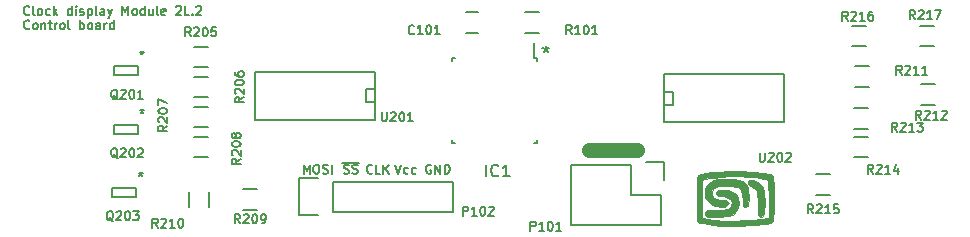
<source format=gto>
G04 #@! TF.FileFunction,Legend,Top*
%FSLAX46Y46*%
G04 Gerber Fmt 4.6, Leading zero omitted, Abs format (unit mm)*
G04 Created by KiCad (PCBNEW no-vcs-found-product) date Fri 24 Jul 2015 19:01:22 CEST*
%MOMM*%
G01*
G04 APERTURE LIST*
%ADD10C,0.100000*%
%ADD11C,1.270000*%
%ADD12C,0.127000*%
%ADD13C,0.150000*%
%ADD14R,1.500000X1.250000*%
%ADD15R,2.032000X1.727200*%
%ADD16O,2.032000X1.727200*%
%ADD17R,0.300000X0.525000*%
%ADD18R,1.500000X1.300000*%
%ADD19R,1.300000X1.500000*%
%ADD20R,0.600000X1.600000*%
%ADD21R,0.600000X1.500000*%
%ADD22R,1.727200X1.727200*%
%ADD23O,1.727200X1.727200*%
%ADD24R,1.727200X2.032000*%
%ADD25O,1.727200X2.032000*%
%ADD26R,0.600000X1.200000*%
%ADD27R,1.200000X0.600000*%
G04 APERTURE END LIST*
D10*
D11*
X166243000Y-91694000D02*
X170307000Y-91694000D01*
D12*
X118853857Y-80193243D02*
X118817571Y-80229529D01*
X118708714Y-80265814D01*
X118636143Y-80265814D01*
X118527286Y-80229529D01*
X118454714Y-80156957D01*
X118418429Y-80084386D01*
X118382143Y-79939243D01*
X118382143Y-79830386D01*
X118418429Y-79685243D01*
X118454714Y-79612671D01*
X118527286Y-79540100D01*
X118636143Y-79503814D01*
X118708714Y-79503814D01*
X118817571Y-79540100D01*
X118853857Y-79576386D01*
X119289286Y-80265814D02*
X119216714Y-80229529D01*
X119180429Y-80156957D01*
X119180429Y-79503814D01*
X119688429Y-80265814D02*
X119615857Y-80229529D01*
X119579572Y-80193243D01*
X119543286Y-80120671D01*
X119543286Y-79902957D01*
X119579572Y-79830386D01*
X119615857Y-79794100D01*
X119688429Y-79757814D01*
X119797286Y-79757814D01*
X119869857Y-79794100D01*
X119906143Y-79830386D01*
X119942429Y-79902957D01*
X119942429Y-80120671D01*
X119906143Y-80193243D01*
X119869857Y-80229529D01*
X119797286Y-80265814D01*
X119688429Y-80265814D01*
X120595572Y-80229529D02*
X120523001Y-80265814D01*
X120377858Y-80265814D01*
X120305286Y-80229529D01*
X120269001Y-80193243D01*
X120232715Y-80120671D01*
X120232715Y-79902957D01*
X120269001Y-79830386D01*
X120305286Y-79794100D01*
X120377858Y-79757814D01*
X120523001Y-79757814D01*
X120595572Y-79794100D01*
X120922144Y-80265814D02*
X120922144Y-79503814D01*
X120994715Y-79975529D02*
X121212429Y-80265814D01*
X121212429Y-79757814D02*
X120922144Y-80048100D01*
X122446143Y-80265814D02*
X122446143Y-79503814D01*
X122446143Y-80229529D02*
X122373572Y-80265814D01*
X122228429Y-80265814D01*
X122155857Y-80229529D01*
X122119572Y-80193243D01*
X122083286Y-80120671D01*
X122083286Y-79902957D01*
X122119572Y-79830386D01*
X122155857Y-79794100D01*
X122228429Y-79757814D01*
X122373572Y-79757814D01*
X122446143Y-79794100D01*
X122809001Y-80265814D02*
X122809001Y-79757814D01*
X122809001Y-79503814D02*
X122772715Y-79540100D01*
X122809001Y-79576386D01*
X122845286Y-79540100D01*
X122809001Y-79503814D01*
X122809001Y-79576386D01*
X123135572Y-80229529D02*
X123208143Y-80265814D01*
X123353286Y-80265814D01*
X123425858Y-80229529D01*
X123462143Y-80156957D01*
X123462143Y-80120671D01*
X123425858Y-80048100D01*
X123353286Y-80011814D01*
X123244429Y-80011814D01*
X123171858Y-79975529D01*
X123135572Y-79902957D01*
X123135572Y-79866671D01*
X123171858Y-79794100D01*
X123244429Y-79757814D01*
X123353286Y-79757814D01*
X123425858Y-79794100D01*
X123788715Y-79757814D02*
X123788715Y-80519814D01*
X123788715Y-79794100D02*
X123861286Y-79757814D01*
X124006429Y-79757814D01*
X124079000Y-79794100D01*
X124115286Y-79830386D01*
X124151572Y-79902957D01*
X124151572Y-80120671D01*
X124115286Y-80193243D01*
X124079000Y-80229529D01*
X124006429Y-80265814D01*
X123861286Y-80265814D01*
X123788715Y-80229529D01*
X124587001Y-80265814D02*
X124514429Y-80229529D01*
X124478144Y-80156957D01*
X124478144Y-79503814D01*
X125203858Y-80265814D02*
X125203858Y-79866671D01*
X125167572Y-79794100D01*
X125095001Y-79757814D01*
X124949858Y-79757814D01*
X124877287Y-79794100D01*
X125203858Y-80229529D02*
X125131287Y-80265814D01*
X124949858Y-80265814D01*
X124877287Y-80229529D01*
X124841001Y-80156957D01*
X124841001Y-80084386D01*
X124877287Y-80011814D01*
X124949858Y-79975529D01*
X125131287Y-79975529D01*
X125203858Y-79939243D01*
X125494144Y-79757814D02*
X125675573Y-80265814D01*
X125857001Y-79757814D02*
X125675573Y-80265814D01*
X125603001Y-80447243D01*
X125566716Y-80483529D01*
X125494144Y-80519814D01*
X126727858Y-80265814D02*
X126727858Y-79503814D01*
X126981858Y-80048100D01*
X127235858Y-79503814D01*
X127235858Y-80265814D01*
X127707572Y-80265814D02*
X127635000Y-80229529D01*
X127598715Y-80193243D01*
X127562429Y-80120671D01*
X127562429Y-79902957D01*
X127598715Y-79830386D01*
X127635000Y-79794100D01*
X127707572Y-79757814D01*
X127816429Y-79757814D01*
X127889000Y-79794100D01*
X127925286Y-79830386D01*
X127961572Y-79902957D01*
X127961572Y-80120671D01*
X127925286Y-80193243D01*
X127889000Y-80229529D01*
X127816429Y-80265814D01*
X127707572Y-80265814D01*
X128614715Y-80265814D02*
X128614715Y-79503814D01*
X128614715Y-80229529D02*
X128542144Y-80265814D01*
X128397001Y-80265814D01*
X128324429Y-80229529D01*
X128288144Y-80193243D01*
X128251858Y-80120671D01*
X128251858Y-79902957D01*
X128288144Y-79830386D01*
X128324429Y-79794100D01*
X128397001Y-79757814D01*
X128542144Y-79757814D01*
X128614715Y-79794100D01*
X129304144Y-79757814D02*
X129304144Y-80265814D01*
X128977573Y-79757814D02*
X128977573Y-80156957D01*
X129013858Y-80229529D01*
X129086430Y-80265814D01*
X129195287Y-80265814D01*
X129267858Y-80229529D01*
X129304144Y-80193243D01*
X129775859Y-80265814D02*
X129703287Y-80229529D01*
X129667002Y-80156957D01*
X129667002Y-79503814D01*
X130356430Y-80229529D02*
X130283859Y-80265814D01*
X130138716Y-80265814D01*
X130066145Y-80229529D01*
X130029859Y-80156957D01*
X130029859Y-79866671D01*
X130066145Y-79794100D01*
X130138716Y-79757814D01*
X130283859Y-79757814D01*
X130356430Y-79794100D01*
X130392716Y-79866671D01*
X130392716Y-79939243D01*
X130029859Y-80011814D01*
X131263573Y-79576386D02*
X131299859Y-79540100D01*
X131372430Y-79503814D01*
X131553859Y-79503814D01*
X131626430Y-79540100D01*
X131662716Y-79576386D01*
X131699001Y-79648957D01*
X131699001Y-79721529D01*
X131662716Y-79830386D01*
X131227287Y-80265814D01*
X131699001Y-80265814D01*
X132388430Y-80265814D02*
X132025573Y-80265814D01*
X132025573Y-79503814D01*
X132642430Y-80193243D02*
X132678715Y-80229529D01*
X132642430Y-80265814D01*
X132606144Y-80229529D01*
X132642430Y-80193243D01*
X132642430Y-80265814D01*
X132969001Y-79576386D02*
X133005287Y-79540100D01*
X133077858Y-79503814D01*
X133259287Y-79503814D01*
X133331858Y-79540100D01*
X133368144Y-79576386D01*
X133404429Y-79648957D01*
X133404429Y-79721529D01*
X133368144Y-79830386D01*
X132932715Y-80265814D01*
X133404429Y-80265814D01*
X118853857Y-81387043D02*
X118817571Y-81423329D01*
X118708714Y-81459614D01*
X118636143Y-81459614D01*
X118527286Y-81423329D01*
X118454714Y-81350757D01*
X118418429Y-81278186D01*
X118382143Y-81133043D01*
X118382143Y-81024186D01*
X118418429Y-80879043D01*
X118454714Y-80806471D01*
X118527286Y-80733900D01*
X118636143Y-80697614D01*
X118708714Y-80697614D01*
X118817571Y-80733900D01*
X118853857Y-80770186D01*
X119289286Y-81459614D02*
X119216714Y-81423329D01*
X119180429Y-81387043D01*
X119144143Y-81314471D01*
X119144143Y-81096757D01*
X119180429Y-81024186D01*
X119216714Y-80987900D01*
X119289286Y-80951614D01*
X119398143Y-80951614D01*
X119470714Y-80987900D01*
X119507000Y-81024186D01*
X119543286Y-81096757D01*
X119543286Y-81314471D01*
X119507000Y-81387043D01*
X119470714Y-81423329D01*
X119398143Y-81459614D01*
X119289286Y-81459614D01*
X119869858Y-80951614D02*
X119869858Y-81459614D01*
X119869858Y-81024186D02*
X119906143Y-80987900D01*
X119978715Y-80951614D01*
X120087572Y-80951614D01*
X120160143Y-80987900D01*
X120196429Y-81060471D01*
X120196429Y-81459614D01*
X120450429Y-80951614D02*
X120740715Y-80951614D01*
X120559287Y-80697614D02*
X120559287Y-81350757D01*
X120595572Y-81423329D01*
X120668144Y-81459614D01*
X120740715Y-81459614D01*
X120994716Y-81459614D02*
X120994716Y-80951614D01*
X120994716Y-81096757D02*
X121031001Y-81024186D01*
X121067287Y-80987900D01*
X121139858Y-80951614D01*
X121212430Y-80951614D01*
X121575287Y-81459614D02*
X121502715Y-81423329D01*
X121466430Y-81387043D01*
X121430144Y-81314471D01*
X121430144Y-81096757D01*
X121466430Y-81024186D01*
X121502715Y-80987900D01*
X121575287Y-80951614D01*
X121684144Y-80951614D01*
X121756715Y-80987900D01*
X121793001Y-81024186D01*
X121829287Y-81096757D01*
X121829287Y-81314471D01*
X121793001Y-81387043D01*
X121756715Y-81423329D01*
X121684144Y-81459614D01*
X121575287Y-81459614D01*
X122264716Y-81459614D02*
X122192144Y-81423329D01*
X122155859Y-81350757D01*
X122155859Y-80697614D01*
X123135573Y-81459614D02*
X123135573Y-80697614D01*
X123135573Y-80987900D02*
X123208144Y-80951614D01*
X123353287Y-80951614D01*
X123425858Y-80987900D01*
X123462144Y-81024186D01*
X123498430Y-81096757D01*
X123498430Y-81314471D01*
X123462144Y-81387043D01*
X123425858Y-81423329D01*
X123353287Y-81459614D01*
X123208144Y-81459614D01*
X123135573Y-81423329D01*
X123933859Y-81459614D02*
X123861287Y-81423329D01*
X123825002Y-81387043D01*
X123788716Y-81314471D01*
X123788716Y-81096757D01*
X123825002Y-81024186D01*
X123861287Y-80987900D01*
X123933859Y-80951614D01*
X124042716Y-80951614D01*
X124115287Y-80987900D01*
X124151573Y-81024186D01*
X124187859Y-81096757D01*
X124187859Y-81314471D01*
X124151573Y-81387043D01*
X124115287Y-81423329D01*
X124042716Y-81459614D01*
X123933859Y-81459614D01*
X124841002Y-81459614D02*
X124841002Y-81060471D01*
X124804716Y-80987900D01*
X124732145Y-80951614D01*
X124587002Y-80951614D01*
X124514431Y-80987900D01*
X124841002Y-81423329D02*
X124768431Y-81459614D01*
X124587002Y-81459614D01*
X124514431Y-81423329D01*
X124478145Y-81350757D01*
X124478145Y-81278186D01*
X124514431Y-81205614D01*
X124587002Y-81169329D01*
X124768431Y-81169329D01*
X124841002Y-81133043D01*
X125203860Y-81459614D02*
X125203860Y-80951614D01*
X125203860Y-81096757D02*
X125240145Y-81024186D01*
X125276431Y-80987900D01*
X125349002Y-80951614D01*
X125421574Y-80951614D01*
X126002145Y-81459614D02*
X126002145Y-80697614D01*
X126002145Y-81423329D02*
X125929574Y-81459614D01*
X125784431Y-81459614D01*
X125711859Y-81423329D01*
X125675574Y-81387043D01*
X125639288Y-81314471D01*
X125639288Y-81096757D01*
X125675574Y-81024186D01*
X125711859Y-80987900D01*
X125784431Y-80951614D01*
X125929574Y-80951614D01*
X126002145Y-80987900D01*
X162560001Y-82870524D02*
X162560001Y-83172905D01*
X162257620Y-83051952D02*
X162560001Y-83172905D01*
X162862381Y-83051952D01*
X162378572Y-83414810D02*
X162560001Y-83172905D01*
X162741429Y-83414810D01*
X152835428Y-92964000D02*
X152762857Y-92927714D01*
X152654000Y-92927714D01*
X152545143Y-92964000D01*
X152472571Y-93036571D01*
X152436286Y-93109143D01*
X152400000Y-93254286D01*
X152400000Y-93363143D01*
X152436286Y-93508286D01*
X152472571Y-93580857D01*
X152545143Y-93653429D01*
X152654000Y-93689714D01*
X152726571Y-93689714D01*
X152835428Y-93653429D01*
X152871714Y-93617143D01*
X152871714Y-93363143D01*
X152726571Y-93363143D01*
X153198286Y-93689714D02*
X153198286Y-92927714D01*
X153633714Y-93689714D01*
X153633714Y-92927714D01*
X153996572Y-93689714D02*
X153996572Y-92927714D01*
X154178000Y-92927714D01*
X154286857Y-92964000D01*
X154359429Y-93036571D01*
X154395714Y-93109143D01*
X154432000Y-93254286D01*
X154432000Y-93363143D01*
X154395714Y-93508286D01*
X154359429Y-93580857D01*
X154286857Y-93653429D01*
X154178000Y-93689714D01*
X153996572Y-93689714D01*
X149841857Y-92927714D02*
X150095857Y-93689714D01*
X150349857Y-92927714D01*
X150930429Y-93653429D02*
X150857858Y-93689714D01*
X150712715Y-93689714D01*
X150640143Y-93653429D01*
X150603858Y-93617143D01*
X150567572Y-93544571D01*
X150567572Y-93326857D01*
X150603858Y-93254286D01*
X150640143Y-93218000D01*
X150712715Y-93181714D01*
X150857858Y-93181714D01*
X150930429Y-93218000D01*
X151583572Y-93653429D02*
X151511001Y-93689714D01*
X151365858Y-93689714D01*
X151293286Y-93653429D01*
X151257001Y-93617143D01*
X151220715Y-93544571D01*
X151220715Y-93326857D01*
X151257001Y-93254286D01*
X151293286Y-93218000D01*
X151365858Y-93181714D01*
X151511001Y-93181714D01*
X151583572Y-93218000D01*
X147882429Y-93617143D02*
X147846143Y-93653429D01*
X147737286Y-93689714D01*
X147664715Y-93689714D01*
X147555858Y-93653429D01*
X147483286Y-93580857D01*
X147447001Y-93508286D01*
X147410715Y-93363143D01*
X147410715Y-93254286D01*
X147447001Y-93109143D01*
X147483286Y-93036571D01*
X147555858Y-92964000D01*
X147664715Y-92927714D01*
X147737286Y-92927714D01*
X147846143Y-92964000D01*
X147882429Y-93000286D01*
X148571858Y-93689714D02*
X148209001Y-93689714D01*
X148209001Y-92927714D01*
X148825858Y-93689714D02*
X148825858Y-92927714D01*
X149261286Y-93689714D02*
X148934715Y-93254286D01*
X149261286Y-92927714D02*
X148825858Y-93363143D01*
X145469429Y-93653429D02*
X145578286Y-93689714D01*
X145759715Y-93689714D01*
X145832286Y-93653429D01*
X145868572Y-93617143D01*
X145904857Y-93544571D01*
X145904857Y-93472000D01*
X145868572Y-93399429D01*
X145832286Y-93363143D01*
X145759715Y-93326857D01*
X145614572Y-93290571D01*
X145542000Y-93254286D01*
X145505715Y-93218000D01*
X145469429Y-93145429D01*
X145469429Y-93072857D01*
X145505715Y-93000286D01*
X145542000Y-92964000D01*
X145614572Y-92927714D01*
X145796000Y-92927714D01*
X145904857Y-92964000D01*
X146195143Y-93653429D02*
X146304000Y-93689714D01*
X146485429Y-93689714D01*
X146558000Y-93653429D01*
X146594286Y-93617143D01*
X146630571Y-93544571D01*
X146630571Y-93472000D01*
X146594286Y-93399429D01*
X146558000Y-93363143D01*
X146485429Y-93326857D01*
X146340286Y-93290571D01*
X146267714Y-93254286D01*
X146231429Y-93218000D01*
X146195143Y-93145429D01*
X146195143Y-93072857D01*
X146231429Y-93000286D01*
X146267714Y-92964000D01*
X146340286Y-92927714D01*
X146521714Y-92927714D01*
X146630571Y-92964000D01*
X145324286Y-92796360D02*
X146775714Y-92796360D01*
X142058572Y-93689714D02*
X142058572Y-92927714D01*
X142312572Y-93472000D01*
X142566572Y-92927714D01*
X142566572Y-93689714D01*
X143074571Y-92927714D02*
X143219714Y-92927714D01*
X143292286Y-92964000D01*
X143364857Y-93036571D01*
X143401143Y-93181714D01*
X143401143Y-93435714D01*
X143364857Y-93580857D01*
X143292286Y-93653429D01*
X143219714Y-93689714D01*
X143074571Y-93689714D01*
X143002000Y-93653429D01*
X142929429Y-93580857D01*
X142893143Y-93435714D01*
X142893143Y-93181714D01*
X142929429Y-93036571D01*
X143002000Y-92964000D01*
X143074571Y-92927714D01*
X143691429Y-93653429D02*
X143800286Y-93689714D01*
X143981715Y-93689714D01*
X144054286Y-93653429D01*
X144090572Y-93617143D01*
X144126857Y-93544571D01*
X144126857Y-93472000D01*
X144090572Y-93399429D01*
X144054286Y-93363143D01*
X143981715Y-93326857D01*
X143836572Y-93290571D01*
X143764000Y-93254286D01*
X143727715Y-93218000D01*
X143691429Y-93145429D01*
X143691429Y-93072857D01*
X143727715Y-93000286D01*
X143764000Y-92964000D01*
X143836572Y-92927714D01*
X144018000Y-92927714D01*
X144126857Y-92964000D01*
X144453429Y-93689714D02*
X144453429Y-92927714D01*
D13*
X155837000Y-81749000D02*
X156837000Y-81749000D01*
X156837000Y-80049000D02*
X155837000Y-80049000D01*
X128016000Y-85344000D02*
X125984000Y-85344000D01*
X125984000Y-85344000D02*
X125984000Y-84582000D01*
X125984000Y-84582000D02*
X128016000Y-84582000D01*
X128016000Y-84582000D02*
X128016000Y-85344000D01*
X128016000Y-90297000D02*
X125984000Y-90297000D01*
X125984000Y-90297000D02*
X125984000Y-89535000D01*
X125984000Y-89535000D02*
X128016000Y-89535000D01*
X128016000Y-89535000D02*
X128016000Y-90297000D01*
X127889000Y-95631000D02*
X125857000Y-95631000D01*
X125857000Y-95631000D02*
X125857000Y-94869000D01*
X125857000Y-94869000D02*
X127889000Y-94869000D01*
X127889000Y-94869000D02*
X127889000Y-95631000D01*
X162017000Y-81774000D02*
X160817000Y-81774000D01*
X160817000Y-80024000D02*
X162017000Y-80024000D01*
X133950000Y-84695000D02*
X132750000Y-84695000D01*
X132750000Y-82945000D02*
X133950000Y-82945000D01*
X133950000Y-87235000D02*
X132750000Y-87235000D01*
X132750000Y-85485000D02*
X133950000Y-85485000D01*
X133950000Y-89775000D02*
X132750000Y-89775000D01*
X132750000Y-88025000D02*
X133950000Y-88025000D01*
X133950000Y-92315000D02*
X132750000Y-92315000D01*
X132750000Y-90565000D02*
X133950000Y-90565000D01*
X138141000Y-96760000D02*
X136941000Y-96760000D01*
X136941000Y-95010000D02*
X138141000Y-95010000D01*
X134098000Y-95285000D02*
X134098000Y-96485000D01*
X132348000Y-96485000D02*
X132348000Y-95285000D01*
X188757000Y-84596000D02*
X189957000Y-84596000D01*
X189957000Y-86346000D02*
X188757000Y-86346000D01*
X194345000Y-86120000D02*
X195545000Y-86120000D01*
X195545000Y-87870000D02*
X194345000Y-87870000D01*
X188630000Y-88152000D02*
X189830000Y-88152000D01*
X189830000Y-89902000D02*
X188630000Y-89902000D01*
X188630000Y-90565000D02*
X189830000Y-90565000D01*
X189830000Y-92315000D02*
X188630000Y-92315000D01*
X185455000Y-93740000D02*
X186655000Y-93740000D01*
X186655000Y-95490000D02*
X185455000Y-95490000D01*
X188503000Y-81167000D02*
X189703000Y-81167000D01*
X189703000Y-82917000D02*
X188503000Y-82917000D01*
X194218000Y-81167000D02*
X195418000Y-81167000D01*
X195418000Y-82917000D02*
X194218000Y-82917000D01*
X148082000Y-87630000D02*
X147320000Y-87630000D01*
X147320000Y-87630000D02*
X147320000Y-86487000D01*
X147320000Y-86487000D02*
X148082000Y-86487000D01*
X148082000Y-89154000D02*
X137922000Y-89154000D01*
X137922000Y-89154000D02*
X137922000Y-85090000D01*
X137922000Y-85090000D02*
X148082000Y-85090000D01*
X148082000Y-85090000D02*
X148082000Y-89154000D01*
X172593000Y-86741000D02*
X173355000Y-86741000D01*
X173355000Y-86741000D02*
X173355000Y-87884000D01*
X173355000Y-87884000D02*
X172593000Y-87884000D01*
X172593000Y-85217000D02*
X182753000Y-85217000D01*
X182753000Y-85217000D02*
X182753000Y-89281000D01*
X182753000Y-89281000D02*
X172593000Y-89281000D01*
X172593000Y-89281000D02*
X172593000Y-85217000D01*
X169799000Y-92964000D02*
X164719000Y-92964000D01*
X172619000Y-92684000D02*
X172619000Y-94234000D01*
X172339000Y-95504000D02*
X169799000Y-95504000D01*
X169799000Y-95504000D02*
X169799000Y-92964000D01*
X164719000Y-92964000D02*
X164719000Y-98044000D01*
X164719000Y-98044000D02*
X169799000Y-98044000D01*
X172619000Y-92684000D02*
X171069000Y-92684000D01*
X172339000Y-98044000D02*
X172339000Y-95504000D01*
X169799000Y-98044000D02*
X172339000Y-98044000D01*
X143256000Y-97181000D02*
X141706000Y-97181000D01*
X141706000Y-97181000D02*
X141706000Y-94081000D01*
X141706000Y-94081000D02*
X143256000Y-94081000D01*
X144526000Y-94361000D02*
X154686000Y-94361000D01*
X154686000Y-94361000D02*
X154686000Y-96901000D01*
X154686000Y-96901000D02*
X144526000Y-96901000D01*
X144526000Y-94361000D02*
X144526000Y-96901000D01*
X161867000Y-83878000D02*
X161567000Y-83878000D01*
X161867000Y-91128000D02*
X161567000Y-91128000D01*
X154617000Y-91128000D02*
X154917000Y-91128000D01*
X154617000Y-83878000D02*
X154917000Y-83878000D01*
X161867000Y-83878000D02*
X161867000Y-84178000D01*
X154617000Y-83878000D02*
X154617000Y-84178000D01*
X154617000Y-91128000D02*
X154617000Y-90828000D01*
X161867000Y-91128000D02*
X161867000Y-90828000D01*
X161567000Y-83878000D02*
X161567000Y-82653000D01*
D10*
G36*
X181866378Y-95014418D02*
X181864238Y-95608076D01*
X181864000Y-95792945D01*
X181862032Y-96433217D01*
X181855365Y-96923453D01*
X181842856Y-97282914D01*
X181823361Y-97530861D01*
X181795735Y-97686554D01*
X181758835Y-97769252D01*
X181745831Y-97782670D01*
X181578596Y-97854142D01*
X181440667Y-97884474D01*
X181440667Y-97430748D01*
X181440667Y-95837371D01*
X181436611Y-95316909D01*
X181425250Y-94867332D01*
X181407795Y-94513665D01*
X181385453Y-94280937D01*
X181361275Y-94194926D01*
X181249827Y-94164092D01*
X181007552Y-94117619D01*
X180671493Y-94062095D01*
X180324108Y-94010485D01*
X179695640Y-93948536D01*
X178968051Y-93920245D01*
X178198137Y-93924497D01*
X177442692Y-93960179D01*
X176758514Y-94026176D01*
X176360667Y-94088237D01*
X175810333Y-94192859D01*
X175787366Y-95814143D01*
X175764399Y-97435426D01*
X176337699Y-97526198D01*
X176673613Y-97578928D01*
X176978424Y-97626002D01*
X177165000Y-97654091D01*
X177405169Y-97671739D01*
X177776525Y-97678161D01*
X178241383Y-97674617D01*
X178762057Y-97662364D01*
X179300862Y-97642660D01*
X179820112Y-97616761D01*
X180282122Y-97585926D01*
X180649206Y-97551412D01*
X180784500Y-97533306D01*
X181440667Y-97430748D01*
X181440667Y-97884474D01*
X181269275Y-97922166D01*
X180845113Y-97984037D01*
X180333356Y-98037051D01*
X179761249Y-98078504D01*
X179156039Y-98105692D01*
X178544969Y-98115910D01*
X178392667Y-98115483D01*
X177907669Y-98110260D01*
X177468889Y-98102201D01*
X177110154Y-98092183D01*
X176865292Y-98081080D01*
X176784000Y-98073816D01*
X176277428Y-97990236D01*
X175869639Y-97907708D01*
X175584462Y-97831632D01*
X175450500Y-97771674D01*
X175413465Y-97693849D01*
X175385306Y-97518790D01*
X175365198Y-97231075D01*
X175352317Y-96815284D01*
X175345837Y-96255996D01*
X175344667Y-95792945D01*
X175345618Y-95176599D01*
X175349577Y-94708164D01*
X175358200Y-94366224D01*
X175373144Y-94129362D01*
X175396066Y-93976160D01*
X175428622Y-93885203D01*
X175472468Y-93835073D01*
X175497312Y-93819597D01*
X175763200Y-93726179D01*
X176168761Y-93646175D01*
X176684773Y-93580830D01*
X177282015Y-93531389D01*
X177931264Y-93499099D01*
X178603298Y-93485204D01*
X179268896Y-93490950D01*
X179898834Y-93517582D01*
X180463891Y-93566346D01*
X180702193Y-93597783D01*
X181067658Y-93649423D01*
X181347762Y-93694352D01*
X181553766Y-93753847D01*
X181696929Y-93849182D01*
X181788512Y-94001632D01*
X181839775Y-94232471D01*
X181861977Y-94562975D01*
X181866378Y-95014418D01*
X181866378Y-95014418D01*
X181866378Y-95014418D01*
G37*
X181866378Y-95014418D02*
X181864238Y-95608076D01*
X181864000Y-95792945D01*
X181862032Y-96433217D01*
X181855365Y-96923453D01*
X181842856Y-97282914D01*
X181823361Y-97530861D01*
X181795735Y-97686554D01*
X181758835Y-97769252D01*
X181745831Y-97782670D01*
X181578596Y-97854142D01*
X181440667Y-97884474D01*
X181440667Y-97430748D01*
X181440667Y-95837371D01*
X181436611Y-95316909D01*
X181425250Y-94867332D01*
X181407795Y-94513665D01*
X181385453Y-94280937D01*
X181361275Y-94194926D01*
X181249827Y-94164092D01*
X181007552Y-94117619D01*
X180671493Y-94062095D01*
X180324108Y-94010485D01*
X179695640Y-93948536D01*
X178968051Y-93920245D01*
X178198137Y-93924497D01*
X177442692Y-93960179D01*
X176758514Y-94026176D01*
X176360667Y-94088237D01*
X175810333Y-94192859D01*
X175787366Y-95814143D01*
X175764399Y-97435426D01*
X176337699Y-97526198D01*
X176673613Y-97578928D01*
X176978424Y-97626002D01*
X177165000Y-97654091D01*
X177405169Y-97671739D01*
X177776525Y-97678161D01*
X178241383Y-97674617D01*
X178762057Y-97662364D01*
X179300862Y-97642660D01*
X179820112Y-97616761D01*
X180282122Y-97585926D01*
X180649206Y-97551412D01*
X180784500Y-97533306D01*
X181440667Y-97430748D01*
X181440667Y-97884474D01*
X181269275Y-97922166D01*
X180845113Y-97984037D01*
X180333356Y-98037051D01*
X179761249Y-98078504D01*
X179156039Y-98105692D01*
X178544969Y-98115910D01*
X178392667Y-98115483D01*
X177907669Y-98110260D01*
X177468889Y-98102201D01*
X177110154Y-98092183D01*
X176865292Y-98081080D01*
X176784000Y-98073816D01*
X176277428Y-97990236D01*
X175869639Y-97907708D01*
X175584462Y-97831632D01*
X175450500Y-97771674D01*
X175413465Y-97693849D01*
X175385306Y-97518790D01*
X175365198Y-97231075D01*
X175352317Y-96815284D01*
X175345837Y-96255996D01*
X175344667Y-95792945D01*
X175345618Y-95176599D01*
X175349577Y-94708164D01*
X175358200Y-94366224D01*
X175373144Y-94129362D01*
X175396066Y-93976160D01*
X175428622Y-93885203D01*
X175472468Y-93835073D01*
X175497312Y-93819597D01*
X175763200Y-93726179D01*
X176168761Y-93646175D01*
X176684773Y-93580830D01*
X177282015Y-93531389D01*
X177931264Y-93499099D01*
X178603298Y-93485204D01*
X179268896Y-93490950D01*
X179898834Y-93517582D01*
X180463891Y-93566346D01*
X180702193Y-93597783D01*
X181067658Y-93649423D01*
X181347762Y-93694352D01*
X181553766Y-93753847D01*
X181696929Y-93849182D01*
X181788512Y-94001632D01*
X181839775Y-94232471D01*
X181861977Y-94562975D01*
X181866378Y-95014418D01*
X181866378Y-95014418D01*
G36*
X178904670Y-96159396D02*
X178857189Y-96542950D01*
X178692447Y-96892481D01*
X178418161Y-97161811D01*
X178276903Y-97235168D01*
X178088567Y-97285105D01*
X177817715Y-97316878D01*
X177428911Y-97335742D01*
X177207333Y-97341393D01*
X176810939Y-97345691D01*
X176472647Y-97341729D01*
X176230870Y-97330450D01*
X176127833Y-97314953D01*
X176038971Y-97197885D01*
X176030884Y-97019760D01*
X176098694Y-96865596D01*
X176155925Y-96825391D01*
X176294727Y-96803378D01*
X176558799Y-96786077D01*
X176904093Y-96775813D01*
X177129591Y-96774000D01*
X177611135Y-96758429D01*
X177947671Y-96704481D01*
X178161272Y-96601299D01*
X178274013Y-96438028D01*
X178307967Y-96203811D01*
X178308000Y-96194455D01*
X178241502Y-95930492D01*
X178036858Y-95743644D01*
X177686342Y-95628320D01*
X177484924Y-95598904D01*
X177209361Y-95563063D01*
X177062693Y-95517056D01*
X177004873Y-95439255D01*
X176995667Y-95334666D01*
X177006631Y-95220268D01*
X177064964Y-95153955D01*
X177208824Y-95119166D01*
X177476369Y-95099341D01*
X177546000Y-95095817D01*
X177962280Y-95099844D01*
X178261980Y-95164245D01*
X178356279Y-95206786D01*
X178652942Y-95451094D01*
X178836163Y-95782037D01*
X178904670Y-96159396D01*
X178904670Y-96159396D01*
X178904670Y-96159396D01*
G37*
X178904670Y-96159396D02*
X178857189Y-96542950D01*
X178692447Y-96892481D01*
X178418161Y-97161811D01*
X178276903Y-97235168D01*
X178088567Y-97285105D01*
X177817715Y-97316878D01*
X177428911Y-97335742D01*
X177207333Y-97341393D01*
X176810939Y-97345691D01*
X176472647Y-97341729D01*
X176230870Y-97330450D01*
X176127833Y-97314953D01*
X176038971Y-97197885D01*
X176030884Y-97019760D01*
X176098694Y-96865596D01*
X176155925Y-96825391D01*
X176294727Y-96803378D01*
X176558799Y-96786077D01*
X176904093Y-96775813D01*
X177129591Y-96774000D01*
X177611135Y-96758429D01*
X177947671Y-96704481D01*
X178161272Y-96601299D01*
X178274013Y-96438028D01*
X178307967Y-96203811D01*
X178308000Y-96194455D01*
X178241502Y-95930492D01*
X178036858Y-95743644D01*
X177686342Y-95628320D01*
X177484924Y-95598904D01*
X177209361Y-95563063D01*
X177062693Y-95517056D01*
X177004873Y-95439255D01*
X176995667Y-95334666D01*
X177006631Y-95220268D01*
X177064964Y-95153955D01*
X177208824Y-95119166D01*
X177476369Y-95099341D01*
X177546000Y-95095817D01*
X177962280Y-95099844D01*
X178261980Y-95164245D01*
X178356279Y-95206786D01*
X178652942Y-95451094D01*
X178836163Y-95782037D01*
X178904670Y-96159396D01*
X178904670Y-96159396D01*
G36*
X181101068Y-96250399D02*
X181081138Y-96773157D01*
X181020339Y-97136069D01*
X180919294Y-97337846D01*
X180778624Y-97377203D01*
X180610933Y-97265066D01*
X180557682Y-97119488D01*
X180523686Y-96812882D01*
X180509676Y-96352537D01*
X180509333Y-96253050D01*
X180500764Y-95855735D01*
X180477630Y-95503407D01*
X180443790Y-95241877D01*
X180415241Y-95136124D01*
X180271675Y-94966654D01*
X180037328Y-94819565D01*
X179991908Y-94800284D01*
X179770838Y-94689786D01*
X179676007Y-94563972D01*
X179662667Y-94458685D01*
X179726639Y-94282243D01*
X179894569Y-94198667D01*
X180130475Y-94205481D01*
X180398374Y-94300205D01*
X180662284Y-94480361D01*
X180716278Y-94531255D01*
X180867560Y-94707985D01*
X180974216Y-94907797D01*
X181043517Y-95163186D01*
X181082737Y-95506649D01*
X181099149Y-95970682D01*
X181101068Y-96250399D01*
X181101068Y-96250399D01*
X181101068Y-96250399D01*
G37*
X181101068Y-96250399D02*
X181081138Y-96773157D01*
X181020339Y-97136069D01*
X180919294Y-97337846D01*
X180778624Y-97377203D01*
X180610933Y-97265066D01*
X180557682Y-97119488D01*
X180523686Y-96812882D01*
X180509676Y-96352537D01*
X180509333Y-96253050D01*
X180500764Y-95855735D01*
X180477630Y-95503407D01*
X180443790Y-95241877D01*
X180415241Y-95136124D01*
X180271675Y-94966654D01*
X180037328Y-94819565D01*
X179991908Y-94800284D01*
X179770838Y-94689786D01*
X179676007Y-94563972D01*
X179662667Y-94458685D01*
X179726639Y-94282243D01*
X179894569Y-94198667D01*
X180130475Y-94205481D01*
X180398374Y-94300205D01*
X180662284Y-94480361D01*
X180716278Y-94531255D01*
X180867560Y-94707985D01*
X180974216Y-94907797D01*
X181043517Y-95163186D01*
X181082737Y-95506649D01*
X181099149Y-95970682D01*
X181101068Y-96250399D01*
X181101068Y-96250399D01*
G36*
X179757199Y-95884520D02*
X179733174Y-96181519D01*
X179681217Y-96391327D01*
X179620333Y-96465951D01*
X179428305Y-96496023D01*
X179307857Y-96399621D01*
X179249111Y-96162874D01*
X179239333Y-95930909D01*
X179204254Y-95435412D01*
X179096985Y-95085937D01*
X178914479Y-94873931D01*
X178850135Y-94838336D01*
X178672694Y-94795401D01*
X178377586Y-94762319D01*
X178016408Y-94744058D01*
X177849767Y-94742000D01*
X177458142Y-94747548D01*
X177193346Y-94769080D01*
X177013098Y-94813927D01*
X176875114Y-94889422D01*
X176837751Y-94917478D01*
X176658754Y-95146739D01*
X176621202Y-95409950D01*
X176728386Y-95656950D01*
X176785312Y-95716854D01*
X177008206Y-95831454D01*
X177357642Y-95902508D01*
X177441479Y-95910644D01*
X177805848Y-95967077D01*
X178006648Y-96064606D01*
X178044808Y-96204155D01*
X177921257Y-96386647D01*
X177920952Y-96386952D01*
X177723853Y-96484949D01*
X177401223Y-96502715D01*
X176941121Y-96440860D01*
X176924751Y-96437719D01*
X176545002Y-96291080D01*
X176266556Y-96039501D01*
X176093496Y-95716686D01*
X176029901Y-95356335D01*
X176079854Y-94992151D01*
X176247435Y-94657837D01*
X176536726Y-94387094D01*
X176667528Y-94313569D01*
X176850860Y-94234187D01*
X177034289Y-94183824D01*
X177259337Y-94157875D01*
X177567528Y-94151734D01*
X178000384Y-94160796D01*
X178035491Y-94161852D01*
X178528486Y-94184266D01*
X178886435Y-94224823D01*
X179143523Y-94295716D01*
X179333932Y-94409137D01*
X179491845Y-94577277D01*
X179589625Y-94716171D01*
X179669505Y-94916154D01*
X179724582Y-95207259D01*
X179754074Y-95544907D01*
X179757199Y-95884520D01*
X179757199Y-95884520D01*
X179757199Y-95884520D01*
G37*
X179757199Y-95884520D02*
X179733174Y-96181519D01*
X179681217Y-96391327D01*
X179620333Y-96465951D01*
X179428305Y-96496023D01*
X179307857Y-96399621D01*
X179249111Y-96162874D01*
X179239333Y-95930909D01*
X179204254Y-95435412D01*
X179096985Y-95085937D01*
X178914479Y-94873931D01*
X178850135Y-94838336D01*
X178672694Y-94795401D01*
X178377586Y-94762319D01*
X178016408Y-94744058D01*
X177849767Y-94742000D01*
X177458142Y-94747548D01*
X177193346Y-94769080D01*
X177013098Y-94813927D01*
X176875114Y-94889422D01*
X176837751Y-94917478D01*
X176658754Y-95146739D01*
X176621202Y-95409950D01*
X176728386Y-95656950D01*
X176785312Y-95716854D01*
X177008206Y-95831454D01*
X177357642Y-95902508D01*
X177441479Y-95910644D01*
X177805848Y-95967077D01*
X178006648Y-96064606D01*
X178044808Y-96204155D01*
X177921257Y-96386647D01*
X177920952Y-96386952D01*
X177723853Y-96484949D01*
X177401223Y-96502715D01*
X176941121Y-96440860D01*
X176924751Y-96437719D01*
X176545002Y-96291080D01*
X176266556Y-96039501D01*
X176093496Y-95716686D01*
X176029901Y-95356335D01*
X176079854Y-94992151D01*
X176247435Y-94657837D01*
X176536726Y-94387094D01*
X176667528Y-94313569D01*
X176850860Y-94234187D01*
X177034289Y-94183824D01*
X177259337Y-94157875D01*
X177567528Y-94151734D01*
X178000384Y-94160796D01*
X178035491Y-94161852D01*
X178528486Y-94184266D01*
X178886435Y-94224823D01*
X179143523Y-94295716D01*
X179333932Y-94409137D01*
X179491845Y-94577277D01*
X179589625Y-94716171D01*
X179669505Y-94916154D01*
X179724582Y-95207259D01*
X179754074Y-95544907D01*
X179757199Y-95884520D01*
X179757199Y-95884520D01*
D12*
X151420286Y-81806143D02*
X151384000Y-81842429D01*
X151275143Y-81878714D01*
X151202572Y-81878714D01*
X151093715Y-81842429D01*
X151021143Y-81769857D01*
X150984858Y-81697286D01*
X150948572Y-81552143D01*
X150948572Y-81443286D01*
X150984858Y-81298143D01*
X151021143Y-81225571D01*
X151093715Y-81153000D01*
X151202572Y-81116714D01*
X151275143Y-81116714D01*
X151384000Y-81153000D01*
X151420286Y-81189286D01*
X152146000Y-81878714D02*
X151710572Y-81878714D01*
X151928286Y-81878714D02*
X151928286Y-81116714D01*
X151855715Y-81225571D01*
X151783143Y-81298143D01*
X151710572Y-81334429D01*
X152617714Y-81116714D02*
X152690286Y-81116714D01*
X152762857Y-81153000D01*
X152799143Y-81189286D01*
X152835429Y-81261857D01*
X152871714Y-81407000D01*
X152871714Y-81588429D01*
X152835429Y-81733571D01*
X152799143Y-81806143D01*
X152762857Y-81842429D01*
X152690286Y-81878714D01*
X152617714Y-81878714D01*
X152545143Y-81842429D01*
X152508857Y-81806143D01*
X152472572Y-81733571D01*
X152436286Y-81588429D01*
X152436286Y-81407000D01*
X152472572Y-81261857D01*
X152508857Y-81189286D01*
X152545143Y-81153000D01*
X152617714Y-81116714D01*
X153597428Y-81878714D02*
X153162000Y-81878714D01*
X153379714Y-81878714D02*
X153379714Y-81116714D01*
X153307143Y-81225571D01*
X153234571Y-81298143D01*
X153162000Y-81334429D01*
X126328715Y-87412286D02*
X126256143Y-87376000D01*
X126183572Y-87303429D01*
X126074715Y-87194571D01*
X126002143Y-87158286D01*
X125929572Y-87158286D01*
X125965857Y-87339714D02*
X125893286Y-87303429D01*
X125820715Y-87230857D01*
X125784429Y-87085714D01*
X125784429Y-86831714D01*
X125820715Y-86686571D01*
X125893286Y-86614000D01*
X125965857Y-86577714D01*
X126111000Y-86577714D01*
X126183572Y-86614000D01*
X126256143Y-86686571D01*
X126292429Y-86831714D01*
X126292429Y-87085714D01*
X126256143Y-87230857D01*
X126183572Y-87303429D01*
X126111000Y-87339714D01*
X125965857Y-87339714D01*
X126582715Y-86650286D02*
X126619001Y-86614000D01*
X126691572Y-86577714D01*
X126873001Y-86577714D01*
X126945572Y-86614000D01*
X126981858Y-86650286D01*
X127018143Y-86722857D01*
X127018143Y-86795429D01*
X126981858Y-86904286D01*
X126546429Y-87339714D01*
X127018143Y-87339714D01*
X127489857Y-86577714D02*
X127562429Y-86577714D01*
X127635000Y-86614000D01*
X127671286Y-86650286D01*
X127707572Y-86722857D01*
X127743857Y-86868000D01*
X127743857Y-87049429D01*
X127707572Y-87194571D01*
X127671286Y-87267143D01*
X127635000Y-87303429D01*
X127562429Y-87339714D01*
X127489857Y-87339714D01*
X127417286Y-87303429D01*
X127381000Y-87267143D01*
X127344715Y-87194571D01*
X127308429Y-87049429D01*
X127308429Y-86868000D01*
X127344715Y-86722857D01*
X127381000Y-86650286D01*
X127417286Y-86614000D01*
X127489857Y-86577714D01*
X128469571Y-87339714D02*
X128034143Y-87339714D01*
X128251857Y-87339714D02*
X128251857Y-86577714D01*
X128179286Y-86686571D01*
X128106714Y-86759143D01*
X128034143Y-86795429D01*
X128397001Y-83275714D02*
X128397001Y-83457143D01*
X128215572Y-83384571D02*
X128397001Y-83457143D01*
X128578429Y-83384571D01*
X128288144Y-83602286D02*
X128397001Y-83457143D01*
X128505858Y-83602286D01*
X126328715Y-92365286D02*
X126256143Y-92329000D01*
X126183572Y-92256429D01*
X126074715Y-92147571D01*
X126002143Y-92111286D01*
X125929572Y-92111286D01*
X125965857Y-92292714D02*
X125893286Y-92256429D01*
X125820715Y-92183857D01*
X125784429Y-92038714D01*
X125784429Y-91784714D01*
X125820715Y-91639571D01*
X125893286Y-91567000D01*
X125965857Y-91530714D01*
X126111000Y-91530714D01*
X126183572Y-91567000D01*
X126256143Y-91639571D01*
X126292429Y-91784714D01*
X126292429Y-92038714D01*
X126256143Y-92183857D01*
X126183572Y-92256429D01*
X126111000Y-92292714D01*
X125965857Y-92292714D01*
X126582715Y-91603286D02*
X126619001Y-91567000D01*
X126691572Y-91530714D01*
X126873001Y-91530714D01*
X126945572Y-91567000D01*
X126981858Y-91603286D01*
X127018143Y-91675857D01*
X127018143Y-91748429D01*
X126981858Y-91857286D01*
X126546429Y-92292714D01*
X127018143Y-92292714D01*
X127489857Y-91530714D02*
X127562429Y-91530714D01*
X127635000Y-91567000D01*
X127671286Y-91603286D01*
X127707572Y-91675857D01*
X127743857Y-91821000D01*
X127743857Y-92002429D01*
X127707572Y-92147571D01*
X127671286Y-92220143D01*
X127635000Y-92256429D01*
X127562429Y-92292714D01*
X127489857Y-92292714D01*
X127417286Y-92256429D01*
X127381000Y-92220143D01*
X127344715Y-92147571D01*
X127308429Y-92002429D01*
X127308429Y-91821000D01*
X127344715Y-91675857D01*
X127381000Y-91603286D01*
X127417286Y-91567000D01*
X127489857Y-91530714D01*
X128034143Y-91603286D02*
X128070429Y-91567000D01*
X128143000Y-91530714D01*
X128324429Y-91530714D01*
X128397000Y-91567000D01*
X128433286Y-91603286D01*
X128469571Y-91675857D01*
X128469571Y-91748429D01*
X128433286Y-91857286D01*
X127997857Y-92292714D01*
X128469571Y-92292714D01*
X128397001Y-88228714D02*
X128397001Y-88410143D01*
X128215572Y-88337571D02*
X128397001Y-88410143D01*
X128578429Y-88337571D01*
X128288144Y-88555286D02*
X128397001Y-88410143D01*
X128505858Y-88555286D01*
X125947715Y-97699286D02*
X125875143Y-97663000D01*
X125802572Y-97590429D01*
X125693715Y-97481571D01*
X125621143Y-97445286D01*
X125548572Y-97445286D01*
X125584857Y-97626714D02*
X125512286Y-97590429D01*
X125439715Y-97517857D01*
X125403429Y-97372714D01*
X125403429Y-97118714D01*
X125439715Y-96973571D01*
X125512286Y-96901000D01*
X125584857Y-96864714D01*
X125730000Y-96864714D01*
X125802572Y-96901000D01*
X125875143Y-96973571D01*
X125911429Y-97118714D01*
X125911429Y-97372714D01*
X125875143Y-97517857D01*
X125802572Y-97590429D01*
X125730000Y-97626714D01*
X125584857Y-97626714D01*
X126201715Y-96937286D02*
X126238001Y-96901000D01*
X126310572Y-96864714D01*
X126492001Y-96864714D01*
X126564572Y-96901000D01*
X126600858Y-96937286D01*
X126637143Y-97009857D01*
X126637143Y-97082429D01*
X126600858Y-97191286D01*
X126165429Y-97626714D01*
X126637143Y-97626714D01*
X127108857Y-96864714D02*
X127181429Y-96864714D01*
X127254000Y-96901000D01*
X127290286Y-96937286D01*
X127326572Y-97009857D01*
X127362857Y-97155000D01*
X127362857Y-97336429D01*
X127326572Y-97481571D01*
X127290286Y-97554143D01*
X127254000Y-97590429D01*
X127181429Y-97626714D01*
X127108857Y-97626714D01*
X127036286Y-97590429D01*
X127000000Y-97554143D01*
X126963715Y-97481571D01*
X126927429Y-97336429D01*
X126927429Y-97155000D01*
X126963715Y-97009857D01*
X127000000Y-96937286D01*
X127036286Y-96901000D01*
X127108857Y-96864714D01*
X127616857Y-96864714D02*
X128088571Y-96864714D01*
X127834571Y-97155000D01*
X127943429Y-97155000D01*
X128016000Y-97191286D01*
X128052286Y-97227571D01*
X128088571Y-97300143D01*
X128088571Y-97481571D01*
X128052286Y-97554143D01*
X128016000Y-97590429D01*
X127943429Y-97626714D01*
X127725714Y-97626714D01*
X127653143Y-97590429D01*
X127616857Y-97554143D01*
X128270001Y-93562714D02*
X128270001Y-93744143D01*
X128088572Y-93671571D02*
X128270001Y-93744143D01*
X128451429Y-93671571D01*
X128161144Y-93889286D02*
X128270001Y-93744143D01*
X128378858Y-93889286D01*
X164755286Y-81878714D02*
X164501286Y-81515857D01*
X164319858Y-81878714D02*
X164319858Y-81116714D01*
X164610143Y-81116714D01*
X164682715Y-81153000D01*
X164719000Y-81189286D01*
X164755286Y-81261857D01*
X164755286Y-81370714D01*
X164719000Y-81443286D01*
X164682715Y-81479571D01*
X164610143Y-81515857D01*
X164319858Y-81515857D01*
X165481000Y-81878714D02*
X165045572Y-81878714D01*
X165263286Y-81878714D02*
X165263286Y-81116714D01*
X165190715Y-81225571D01*
X165118143Y-81298143D01*
X165045572Y-81334429D01*
X165952714Y-81116714D02*
X166025286Y-81116714D01*
X166097857Y-81153000D01*
X166134143Y-81189286D01*
X166170429Y-81261857D01*
X166206714Y-81407000D01*
X166206714Y-81588429D01*
X166170429Y-81733571D01*
X166134143Y-81806143D01*
X166097857Y-81842429D01*
X166025286Y-81878714D01*
X165952714Y-81878714D01*
X165880143Y-81842429D01*
X165843857Y-81806143D01*
X165807572Y-81733571D01*
X165771286Y-81588429D01*
X165771286Y-81407000D01*
X165807572Y-81261857D01*
X165843857Y-81189286D01*
X165880143Y-81153000D01*
X165952714Y-81116714D01*
X166932428Y-81878714D02*
X166497000Y-81878714D01*
X166714714Y-81878714D02*
X166714714Y-81116714D01*
X166642143Y-81225571D01*
X166569571Y-81298143D01*
X166497000Y-81334429D01*
X132497286Y-82064714D02*
X132243286Y-81701857D01*
X132061858Y-82064714D02*
X132061858Y-81302714D01*
X132352143Y-81302714D01*
X132424715Y-81339000D01*
X132461000Y-81375286D01*
X132497286Y-81447857D01*
X132497286Y-81556714D01*
X132461000Y-81629286D01*
X132424715Y-81665571D01*
X132352143Y-81701857D01*
X132061858Y-81701857D01*
X132787572Y-81375286D02*
X132823858Y-81339000D01*
X132896429Y-81302714D01*
X133077858Y-81302714D01*
X133150429Y-81339000D01*
X133186715Y-81375286D01*
X133223000Y-81447857D01*
X133223000Y-81520429D01*
X133186715Y-81629286D01*
X132751286Y-82064714D01*
X133223000Y-82064714D01*
X133694714Y-81302714D02*
X133767286Y-81302714D01*
X133839857Y-81339000D01*
X133876143Y-81375286D01*
X133912429Y-81447857D01*
X133948714Y-81593000D01*
X133948714Y-81774429D01*
X133912429Y-81919571D01*
X133876143Y-81992143D01*
X133839857Y-82028429D01*
X133767286Y-82064714D01*
X133694714Y-82064714D01*
X133622143Y-82028429D01*
X133585857Y-81992143D01*
X133549572Y-81919571D01*
X133513286Y-81774429D01*
X133513286Y-81593000D01*
X133549572Y-81447857D01*
X133585857Y-81375286D01*
X133622143Y-81339000D01*
X133694714Y-81302714D01*
X134638143Y-81302714D02*
X134275286Y-81302714D01*
X134239000Y-81665571D01*
X134275286Y-81629286D01*
X134347857Y-81593000D01*
X134529286Y-81593000D01*
X134601857Y-81629286D01*
X134638143Y-81665571D01*
X134674428Y-81738143D01*
X134674428Y-81919571D01*
X134638143Y-81992143D01*
X134601857Y-82028429D01*
X134529286Y-82064714D01*
X134347857Y-82064714D01*
X134275286Y-82028429D01*
X134239000Y-81992143D01*
X136996714Y-87212714D02*
X136633857Y-87466714D01*
X136996714Y-87648142D02*
X136234714Y-87648142D01*
X136234714Y-87357857D01*
X136271000Y-87285285D01*
X136307286Y-87249000D01*
X136379857Y-87212714D01*
X136488714Y-87212714D01*
X136561286Y-87249000D01*
X136597571Y-87285285D01*
X136633857Y-87357857D01*
X136633857Y-87648142D01*
X136307286Y-86922428D02*
X136271000Y-86886142D01*
X136234714Y-86813571D01*
X136234714Y-86632142D01*
X136271000Y-86559571D01*
X136307286Y-86523285D01*
X136379857Y-86487000D01*
X136452429Y-86487000D01*
X136561286Y-86523285D01*
X136996714Y-86958714D01*
X136996714Y-86487000D01*
X136234714Y-86015286D02*
X136234714Y-85942714D01*
X136271000Y-85870143D01*
X136307286Y-85833857D01*
X136379857Y-85797571D01*
X136525000Y-85761286D01*
X136706429Y-85761286D01*
X136851571Y-85797571D01*
X136924143Y-85833857D01*
X136960429Y-85870143D01*
X136996714Y-85942714D01*
X136996714Y-86015286D01*
X136960429Y-86087857D01*
X136924143Y-86124143D01*
X136851571Y-86160428D01*
X136706429Y-86196714D01*
X136525000Y-86196714D01*
X136379857Y-86160428D01*
X136307286Y-86124143D01*
X136271000Y-86087857D01*
X136234714Y-86015286D01*
X136234714Y-85108143D02*
X136234714Y-85253286D01*
X136271000Y-85325857D01*
X136307286Y-85362143D01*
X136416143Y-85434714D01*
X136561286Y-85471000D01*
X136851571Y-85471000D01*
X136924143Y-85434714D01*
X136960429Y-85398429D01*
X136996714Y-85325857D01*
X136996714Y-85180714D01*
X136960429Y-85108143D01*
X136924143Y-85071857D01*
X136851571Y-85035572D01*
X136670143Y-85035572D01*
X136597571Y-85071857D01*
X136561286Y-85108143D01*
X136525000Y-85180714D01*
X136525000Y-85325857D01*
X136561286Y-85398429D01*
X136597571Y-85434714D01*
X136670143Y-85471000D01*
X130519714Y-89625714D02*
X130156857Y-89879714D01*
X130519714Y-90061142D02*
X129757714Y-90061142D01*
X129757714Y-89770857D01*
X129794000Y-89698285D01*
X129830286Y-89662000D01*
X129902857Y-89625714D01*
X130011714Y-89625714D01*
X130084286Y-89662000D01*
X130120571Y-89698285D01*
X130156857Y-89770857D01*
X130156857Y-90061142D01*
X129830286Y-89335428D02*
X129794000Y-89299142D01*
X129757714Y-89226571D01*
X129757714Y-89045142D01*
X129794000Y-88972571D01*
X129830286Y-88936285D01*
X129902857Y-88900000D01*
X129975429Y-88900000D01*
X130084286Y-88936285D01*
X130519714Y-89371714D01*
X130519714Y-88900000D01*
X129757714Y-88428286D02*
X129757714Y-88355714D01*
X129794000Y-88283143D01*
X129830286Y-88246857D01*
X129902857Y-88210571D01*
X130048000Y-88174286D01*
X130229429Y-88174286D01*
X130374571Y-88210571D01*
X130447143Y-88246857D01*
X130483429Y-88283143D01*
X130519714Y-88355714D01*
X130519714Y-88428286D01*
X130483429Y-88500857D01*
X130447143Y-88537143D01*
X130374571Y-88573428D01*
X130229429Y-88609714D01*
X130048000Y-88609714D01*
X129902857Y-88573428D01*
X129830286Y-88537143D01*
X129794000Y-88500857D01*
X129757714Y-88428286D01*
X129757714Y-87920286D02*
X129757714Y-87412286D01*
X130519714Y-87738857D01*
X136742714Y-92419714D02*
X136379857Y-92673714D01*
X136742714Y-92855142D02*
X135980714Y-92855142D01*
X135980714Y-92564857D01*
X136017000Y-92492285D01*
X136053286Y-92456000D01*
X136125857Y-92419714D01*
X136234714Y-92419714D01*
X136307286Y-92456000D01*
X136343571Y-92492285D01*
X136379857Y-92564857D01*
X136379857Y-92855142D01*
X136053286Y-92129428D02*
X136017000Y-92093142D01*
X135980714Y-92020571D01*
X135980714Y-91839142D01*
X136017000Y-91766571D01*
X136053286Y-91730285D01*
X136125857Y-91694000D01*
X136198429Y-91694000D01*
X136307286Y-91730285D01*
X136742714Y-92165714D01*
X136742714Y-91694000D01*
X135980714Y-91222286D02*
X135980714Y-91149714D01*
X136017000Y-91077143D01*
X136053286Y-91040857D01*
X136125857Y-91004571D01*
X136271000Y-90968286D01*
X136452429Y-90968286D01*
X136597571Y-91004571D01*
X136670143Y-91040857D01*
X136706429Y-91077143D01*
X136742714Y-91149714D01*
X136742714Y-91222286D01*
X136706429Y-91294857D01*
X136670143Y-91331143D01*
X136597571Y-91367428D01*
X136452429Y-91403714D01*
X136271000Y-91403714D01*
X136125857Y-91367428D01*
X136053286Y-91331143D01*
X136017000Y-91294857D01*
X135980714Y-91222286D01*
X136307286Y-90532857D02*
X136271000Y-90605429D01*
X136234714Y-90641714D01*
X136162143Y-90678000D01*
X136125857Y-90678000D01*
X136053286Y-90641714D01*
X136017000Y-90605429D01*
X135980714Y-90532857D01*
X135980714Y-90387714D01*
X136017000Y-90315143D01*
X136053286Y-90278857D01*
X136125857Y-90242572D01*
X136162143Y-90242572D01*
X136234714Y-90278857D01*
X136271000Y-90315143D01*
X136307286Y-90387714D01*
X136307286Y-90532857D01*
X136343571Y-90605429D01*
X136379857Y-90641714D01*
X136452429Y-90678000D01*
X136597571Y-90678000D01*
X136670143Y-90641714D01*
X136706429Y-90605429D01*
X136742714Y-90532857D01*
X136742714Y-90387714D01*
X136706429Y-90315143D01*
X136670143Y-90278857D01*
X136597571Y-90242572D01*
X136452429Y-90242572D01*
X136379857Y-90278857D01*
X136343571Y-90315143D01*
X136307286Y-90387714D01*
X136688286Y-97880714D02*
X136434286Y-97517857D01*
X136252858Y-97880714D02*
X136252858Y-97118714D01*
X136543143Y-97118714D01*
X136615715Y-97155000D01*
X136652000Y-97191286D01*
X136688286Y-97263857D01*
X136688286Y-97372714D01*
X136652000Y-97445286D01*
X136615715Y-97481571D01*
X136543143Y-97517857D01*
X136252858Y-97517857D01*
X136978572Y-97191286D02*
X137014858Y-97155000D01*
X137087429Y-97118714D01*
X137268858Y-97118714D01*
X137341429Y-97155000D01*
X137377715Y-97191286D01*
X137414000Y-97263857D01*
X137414000Y-97336429D01*
X137377715Y-97445286D01*
X136942286Y-97880714D01*
X137414000Y-97880714D01*
X137885714Y-97118714D02*
X137958286Y-97118714D01*
X138030857Y-97155000D01*
X138067143Y-97191286D01*
X138103429Y-97263857D01*
X138139714Y-97409000D01*
X138139714Y-97590429D01*
X138103429Y-97735571D01*
X138067143Y-97808143D01*
X138030857Y-97844429D01*
X137958286Y-97880714D01*
X137885714Y-97880714D01*
X137813143Y-97844429D01*
X137776857Y-97808143D01*
X137740572Y-97735571D01*
X137704286Y-97590429D01*
X137704286Y-97409000D01*
X137740572Y-97263857D01*
X137776857Y-97191286D01*
X137813143Y-97155000D01*
X137885714Y-97118714D01*
X138502571Y-97880714D02*
X138647714Y-97880714D01*
X138720286Y-97844429D01*
X138756571Y-97808143D01*
X138829143Y-97699286D01*
X138865428Y-97554143D01*
X138865428Y-97263857D01*
X138829143Y-97191286D01*
X138792857Y-97155000D01*
X138720286Y-97118714D01*
X138575143Y-97118714D01*
X138502571Y-97155000D01*
X138466286Y-97191286D01*
X138430000Y-97263857D01*
X138430000Y-97445286D01*
X138466286Y-97517857D01*
X138502571Y-97554143D01*
X138575143Y-97590429D01*
X138720286Y-97590429D01*
X138792857Y-97554143D01*
X138829143Y-97517857D01*
X138865428Y-97445286D01*
X129703286Y-98261714D02*
X129449286Y-97898857D01*
X129267858Y-98261714D02*
X129267858Y-97499714D01*
X129558143Y-97499714D01*
X129630715Y-97536000D01*
X129667000Y-97572286D01*
X129703286Y-97644857D01*
X129703286Y-97753714D01*
X129667000Y-97826286D01*
X129630715Y-97862571D01*
X129558143Y-97898857D01*
X129267858Y-97898857D01*
X129993572Y-97572286D02*
X130029858Y-97536000D01*
X130102429Y-97499714D01*
X130283858Y-97499714D01*
X130356429Y-97536000D01*
X130392715Y-97572286D01*
X130429000Y-97644857D01*
X130429000Y-97717429D01*
X130392715Y-97826286D01*
X129957286Y-98261714D01*
X130429000Y-98261714D01*
X131154714Y-98261714D02*
X130719286Y-98261714D01*
X130937000Y-98261714D02*
X130937000Y-97499714D01*
X130864429Y-97608571D01*
X130791857Y-97681143D01*
X130719286Y-97717429D01*
X131626428Y-97499714D02*
X131699000Y-97499714D01*
X131771571Y-97536000D01*
X131807857Y-97572286D01*
X131844143Y-97644857D01*
X131880428Y-97790000D01*
X131880428Y-97971429D01*
X131844143Y-98116571D01*
X131807857Y-98189143D01*
X131771571Y-98225429D01*
X131699000Y-98261714D01*
X131626428Y-98261714D01*
X131553857Y-98225429D01*
X131517571Y-98189143D01*
X131481286Y-98116571D01*
X131445000Y-97971429D01*
X131445000Y-97790000D01*
X131481286Y-97644857D01*
X131517571Y-97572286D01*
X131553857Y-97536000D01*
X131626428Y-97499714D01*
X192695286Y-85307714D02*
X192441286Y-84944857D01*
X192259858Y-85307714D02*
X192259858Y-84545714D01*
X192550143Y-84545714D01*
X192622715Y-84582000D01*
X192659000Y-84618286D01*
X192695286Y-84690857D01*
X192695286Y-84799714D01*
X192659000Y-84872286D01*
X192622715Y-84908571D01*
X192550143Y-84944857D01*
X192259858Y-84944857D01*
X192985572Y-84618286D02*
X193021858Y-84582000D01*
X193094429Y-84545714D01*
X193275858Y-84545714D01*
X193348429Y-84582000D01*
X193384715Y-84618286D01*
X193421000Y-84690857D01*
X193421000Y-84763429D01*
X193384715Y-84872286D01*
X192949286Y-85307714D01*
X193421000Y-85307714D01*
X194146714Y-85307714D02*
X193711286Y-85307714D01*
X193929000Y-85307714D02*
X193929000Y-84545714D01*
X193856429Y-84654571D01*
X193783857Y-84727143D01*
X193711286Y-84763429D01*
X194872428Y-85307714D02*
X194437000Y-85307714D01*
X194654714Y-85307714D02*
X194654714Y-84545714D01*
X194582143Y-84654571D01*
X194509571Y-84727143D01*
X194437000Y-84763429D01*
X194346286Y-89117714D02*
X194092286Y-88754857D01*
X193910858Y-89117714D02*
X193910858Y-88355714D01*
X194201143Y-88355714D01*
X194273715Y-88392000D01*
X194310000Y-88428286D01*
X194346286Y-88500857D01*
X194346286Y-88609714D01*
X194310000Y-88682286D01*
X194273715Y-88718571D01*
X194201143Y-88754857D01*
X193910858Y-88754857D01*
X194636572Y-88428286D02*
X194672858Y-88392000D01*
X194745429Y-88355714D01*
X194926858Y-88355714D01*
X194999429Y-88392000D01*
X195035715Y-88428286D01*
X195072000Y-88500857D01*
X195072000Y-88573429D01*
X195035715Y-88682286D01*
X194600286Y-89117714D01*
X195072000Y-89117714D01*
X195797714Y-89117714D02*
X195362286Y-89117714D01*
X195580000Y-89117714D02*
X195580000Y-88355714D01*
X195507429Y-88464571D01*
X195434857Y-88537143D01*
X195362286Y-88573429D01*
X196088000Y-88428286D02*
X196124286Y-88392000D01*
X196196857Y-88355714D01*
X196378286Y-88355714D01*
X196450857Y-88392000D01*
X196487143Y-88428286D01*
X196523428Y-88500857D01*
X196523428Y-88573429D01*
X196487143Y-88682286D01*
X196051714Y-89117714D01*
X196523428Y-89117714D01*
X192314286Y-90133714D02*
X192060286Y-89770857D01*
X191878858Y-90133714D02*
X191878858Y-89371714D01*
X192169143Y-89371714D01*
X192241715Y-89408000D01*
X192278000Y-89444286D01*
X192314286Y-89516857D01*
X192314286Y-89625714D01*
X192278000Y-89698286D01*
X192241715Y-89734571D01*
X192169143Y-89770857D01*
X191878858Y-89770857D01*
X192604572Y-89444286D02*
X192640858Y-89408000D01*
X192713429Y-89371714D01*
X192894858Y-89371714D01*
X192967429Y-89408000D01*
X193003715Y-89444286D01*
X193040000Y-89516857D01*
X193040000Y-89589429D01*
X193003715Y-89698286D01*
X192568286Y-90133714D01*
X193040000Y-90133714D01*
X193765714Y-90133714D02*
X193330286Y-90133714D01*
X193548000Y-90133714D02*
X193548000Y-89371714D01*
X193475429Y-89480571D01*
X193402857Y-89553143D01*
X193330286Y-89589429D01*
X194019714Y-89371714D02*
X194491428Y-89371714D01*
X194237428Y-89662000D01*
X194346286Y-89662000D01*
X194418857Y-89698286D01*
X194455143Y-89734571D01*
X194491428Y-89807143D01*
X194491428Y-89988571D01*
X194455143Y-90061143D01*
X194418857Y-90097429D01*
X194346286Y-90133714D01*
X194128571Y-90133714D01*
X194056000Y-90097429D01*
X194019714Y-90061143D01*
X190282286Y-93689714D02*
X190028286Y-93326857D01*
X189846858Y-93689714D02*
X189846858Y-92927714D01*
X190137143Y-92927714D01*
X190209715Y-92964000D01*
X190246000Y-93000286D01*
X190282286Y-93072857D01*
X190282286Y-93181714D01*
X190246000Y-93254286D01*
X190209715Y-93290571D01*
X190137143Y-93326857D01*
X189846858Y-93326857D01*
X190572572Y-93000286D02*
X190608858Y-92964000D01*
X190681429Y-92927714D01*
X190862858Y-92927714D01*
X190935429Y-92964000D01*
X190971715Y-93000286D01*
X191008000Y-93072857D01*
X191008000Y-93145429D01*
X190971715Y-93254286D01*
X190536286Y-93689714D01*
X191008000Y-93689714D01*
X191733714Y-93689714D02*
X191298286Y-93689714D01*
X191516000Y-93689714D02*
X191516000Y-92927714D01*
X191443429Y-93036571D01*
X191370857Y-93109143D01*
X191298286Y-93145429D01*
X192386857Y-93181714D02*
X192386857Y-93689714D01*
X192205428Y-92891429D02*
X192024000Y-93435714D01*
X192495714Y-93435714D01*
X185202286Y-97059714D02*
X184948286Y-96696857D01*
X184766858Y-97059714D02*
X184766858Y-96297714D01*
X185057143Y-96297714D01*
X185129715Y-96334000D01*
X185166000Y-96370286D01*
X185202286Y-96442857D01*
X185202286Y-96551714D01*
X185166000Y-96624286D01*
X185129715Y-96660571D01*
X185057143Y-96696857D01*
X184766858Y-96696857D01*
X185492572Y-96370286D02*
X185528858Y-96334000D01*
X185601429Y-96297714D01*
X185782858Y-96297714D01*
X185855429Y-96334000D01*
X185891715Y-96370286D01*
X185928000Y-96442857D01*
X185928000Y-96515429D01*
X185891715Y-96624286D01*
X185456286Y-97059714D01*
X185928000Y-97059714D01*
X186653714Y-97059714D02*
X186218286Y-97059714D01*
X186436000Y-97059714D02*
X186436000Y-96297714D01*
X186363429Y-96406571D01*
X186290857Y-96479143D01*
X186218286Y-96515429D01*
X187343143Y-96297714D02*
X186980286Y-96297714D01*
X186944000Y-96660571D01*
X186980286Y-96624286D01*
X187052857Y-96588000D01*
X187234286Y-96588000D01*
X187306857Y-96624286D01*
X187343143Y-96660571D01*
X187379428Y-96733143D01*
X187379428Y-96914571D01*
X187343143Y-96987143D01*
X187306857Y-97023429D01*
X187234286Y-97059714D01*
X187052857Y-97059714D01*
X186980286Y-97023429D01*
X186944000Y-96987143D01*
X188123286Y-80735714D02*
X187869286Y-80372857D01*
X187687858Y-80735714D02*
X187687858Y-79973714D01*
X187978143Y-79973714D01*
X188050715Y-80010000D01*
X188087000Y-80046286D01*
X188123286Y-80118857D01*
X188123286Y-80227714D01*
X188087000Y-80300286D01*
X188050715Y-80336571D01*
X187978143Y-80372857D01*
X187687858Y-80372857D01*
X188413572Y-80046286D02*
X188449858Y-80010000D01*
X188522429Y-79973714D01*
X188703858Y-79973714D01*
X188776429Y-80010000D01*
X188812715Y-80046286D01*
X188849000Y-80118857D01*
X188849000Y-80191429D01*
X188812715Y-80300286D01*
X188377286Y-80735714D01*
X188849000Y-80735714D01*
X189574714Y-80735714D02*
X189139286Y-80735714D01*
X189357000Y-80735714D02*
X189357000Y-79973714D01*
X189284429Y-80082571D01*
X189211857Y-80155143D01*
X189139286Y-80191429D01*
X190227857Y-79973714D02*
X190082714Y-79973714D01*
X190010143Y-80010000D01*
X189973857Y-80046286D01*
X189901286Y-80155143D01*
X189865000Y-80300286D01*
X189865000Y-80590571D01*
X189901286Y-80663143D01*
X189937571Y-80699429D01*
X190010143Y-80735714D01*
X190155286Y-80735714D01*
X190227857Y-80699429D01*
X190264143Y-80663143D01*
X190300428Y-80590571D01*
X190300428Y-80409143D01*
X190264143Y-80336571D01*
X190227857Y-80300286D01*
X190155286Y-80264000D01*
X190010143Y-80264000D01*
X189937571Y-80300286D01*
X189901286Y-80336571D01*
X189865000Y-80409143D01*
X193838286Y-80608714D02*
X193584286Y-80245857D01*
X193402858Y-80608714D02*
X193402858Y-79846714D01*
X193693143Y-79846714D01*
X193765715Y-79883000D01*
X193802000Y-79919286D01*
X193838286Y-79991857D01*
X193838286Y-80100714D01*
X193802000Y-80173286D01*
X193765715Y-80209571D01*
X193693143Y-80245857D01*
X193402858Y-80245857D01*
X194128572Y-79919286D02*
X194164858Y-79883000D01*
X194237429Y-79846714D01*
X194418858Y-79846714D01*
X194491429Y-79883000D01*
X194527715Y-79919286D01*
X194564000Y-79991857D01*
X194564000Y-80064429D01*
X194527715Y-80173286D01*
X194092286Y-80608714D01*
X194564000Y-80608714D01*
X195289714Y-80608714D02*
X194854286Y-80608714D01*
X195072000Y-80608714D02*
X195072000Y-79846714D01*
X194999429Y-79955571D01*
X194926857Y-80028143D01*
X194854286Y-80064429D01*
X195543714Y-79846714D02*
X196051714Y-79846714D01*
X195725143Y-80608714D01*
X148680715Y-88482714D02*
X148680715Y-89099571D01*
X148717000Y-89172143D01*
X148753286Y-89208429D01*
X148825857Y-89244714D01*
X148971000Y-89244714D01*
X149043572Y-89208429D01*
X149079857Y-89172143D01*
X149116143Y-89099571D01*
X149116143Y-88482714D01*
X149442715Y-88555286D02*
X149479001Y-88519000D01*
X149551572Y-88482714D01*
X149733001Y-88482714D01*
X149805572Y-88519000D01*
X149841858Y-88555286D01*
X149878143Y-88627857D01*
X149878143Y-88700429D01*
X149841858Y-88809286D01*
X149406429Y-89244714D01*
X149878143Y-89244714D01*
X150349857Y-88482714D02*
X150422429Y-88482714D01*
X150495000Y-88519000D01*
X150531286Y-88555286D01*
X150567572Y-88627857D01*
X150603857Y-88773000D01*
X150603857Y-88954429D01*
X150567572Y-89099571D01*
X150531286Y-89172143D01*
X150495000Y-89208429D01*
X150422429Y-89244714D01*
X150349857Y-89244714D01*
X150277286Y-89208429D01*
X150241000Y-89172143D01*
X150204715Y-89099571D01*
X150168429Y-88954429D01*
X150168429Y-88773000D01*
X150204715Y-88627857D01*
X150241000Y-88555286D01*
X150277286Y-88519000D01*
X150349857Y-88482714D01*
X151329571Y-89244714D02*
X150894143Y-89244714D01*
X151111857Y-89244714D02*
X151111857Y-88482714D01*
X151039286Y-88591571D01*
X150966714Y-88664143D01*
X150894143Y-88700429D01*
X180684715Y-91911714D02*
X180684715Y-92528571D01*
X180721000Y-92601143D01*
X180757286Y-92637429D01*
X180829857Y-92673714D01*
X180975000Y-92673714D01*
X181047572Y-92637429D01*
X181083857Y-92601143D01*
X181120143Y-92528571D01*
X181120143Y-91911714D01*
X181446715Y-91984286D02*
X181483001Y-91948000D01*
X181555572Y-91911714D01*
X181737001Y-91911714D01*
X181809572Y-91948000D01*
X181845858Y-91984286D01*
X181882143Y-92056857D01*
X181882143Y-92129429D01*
X181845858Y-92238286D01*
X181410429Y-92673714D01*
X181882143Y-92673714D01*
X182353857Y-91911714D02*
X182426429Y-91911714D01*
X182499000Y-91948000D01*
X182535286Y-91984286D01*
X182571572Y-92056857D01*
X182607857Y-92202000D01*
X182607857Y-92383429D01*
X182571572Y-92528571D01*
X182535286Y-92601143D01*
X182499000Y-92637429D01*
X182426429Y-92673714D01*
X182353857Y-92673714D01*
X182281286Y-92637429D01*
X182245000Y-92601143D01*
X182208715Y-92528571D01*
X182172429Y-92383429D01*
X182172429Y-92202000D01*
X182208715Y-92056857D01*
X182245000Y-91984286D01*
X182281286Y-91948000D01*
X182353857Y-91911714D01*
X182898143Y-91984286D02*
X182934429Y-91948000D01*
X183007000Y-91911714D01*
X183188429Y-91911714D01*
X183261000Y-91948000D01*
X183297286Y-91984286D01*
X183333571Y-92056857D01*
X183333571Y-92129429D01*
X183297286Y-92238286D01*
X182861857Y-92673714D01*
X183333571Y-92673714D01*
X161271858Y-98515714D02*
X161271858Y-97753714D01*
X161562143Y-97753714D01*
X161634715Y-97790000D01*
X161671000Y-97826286D01*
X161707286Y-97898857D01*
X161707286Y-98007714D01*
X161671000Y-98080286D01*
X161634715Y-98116571D01*
X161562143Y-98152857D01*
X161271858Y-98152857D01*
X162433000Y-98515714D02*
X161997572Y-98515714D01*
X162215286Y-98515714D02*
X162215286Y-97753714D01*
X162142715Y-97862571D01*
X162070143Y-97935143D01*
X161997572Y-97971429D01*
X162904714Y-97753714D02*
X162977286Y-97753714D01*
X163049857Y-97790000D01*
X163086143Y-97826286D01*
X163122429Y-97898857D01*
X163158714Y-98044000D01*
X163158714Y-98225429D01*
X163122429Y-98370571D01*
X163086143Y-98443143D01*
X163049857Y-98479429D01*
X162977286Y-98515714D01*
X162904714Y-98515714D01*
X162832143Y-98479429D01*
X162795857Y-98443143D01*
X162759572Y-98370571D01*
X162723286Y-98225429D01*
X162723286Y-98044000D01*
X162759572Y-97898857D01*
X162795857Y-97826286D01*
X162832143Y-97790000D01*
X162904714Y-97753714D01*
X163884428Y-98515714D02*
X163449000Y-98515714D01*
X163666714Y-98515714D02*
X163666714Y-97753714D01*
X163594143Y-97862571D01*
X163521571Y-97935143D01*
X163449000Y-97971429D01*
X155556858Y-97245714D02*
X155556858Y-96483714D01*
X155847143Y-96483714D01*
X155919715Y-96520000D01*
X155956000Y-96556286D01*
X155992286Y-96628857D01*
X155992286Y-96737714D01*
X155956000Y-96810286D01*
X155919715Y-96846571D01*
X155847143Y-96882857D01*
X155556858Y-96882857D01*
X156718000Y-97245714D02*
X156282572Y-97245714D01*
X156500286Y-97245714D02*
X156500286Y-96483714D01*
X156427715Y-96592571D01*
X156355143Y-96665143D01*
X156282572Y-96701429D01*
X157189714Y-96483714D02*
X157262286Y-96483714D01*
X157334857Y-96520000D01*
X157371143Y-96556286D01*
X157407429Y-96628857D01*
X157443714Y-96774000D01*
X157443714Y-96955429D01*
X157407429Y-97100571D01*
X157371143Y-97173143D01*
X157334857Y-97209429D01*
X157262286Y-97245714D01*
X157189714Y-97245714D01*
X157117143Y-97209429D01*
X157080857Y-97173143D01*
X157044572Y-97100571D01*
X157008286Y-96955429D01*
X157008286Y-96774000D01*
X157044572Y-96628857D01*
X157080857Y-96556286D01*
X157117143Y-96520000D01*
X157189714Y-96483714D01*
X157734000Y-96556286D02*
X157770286Y-96520000D01*
X157842857Y-96483714D01*
X158024286Y-96483714D01*
X158096857Y-96520000D01*
X158133143Y-96556286D01*
X158169428Y-96628857D01*
X158169428Y-96701429D01*
X158133143Y-96810286D01*
X157697714Y-97245714D01*
X158169428Y-97245714D01*
D13*
X157519810Y-93924381D02*
X157519810Y-92924381D01*
X158567429Y-93829143D02*
X158519810Y-93876762D01*
X158376953Y-93924381D01*
X158281715Y-93924381D01*
X158138857Y-93876762D01*
X158043619Y-93781524D01*
X157996000Y-93686286D01*
X157948381Y-93495810D01*
X157948381Y-93352952D01*
X157996000Y-93162476D01*
X158043619Y-93067238D01*
X158138857Y-92972000D01*
X158281715Y-92924381D01*
X158376953Y-92924381D01*
X158519810Y-92972000D01*
X158567429Y-93019619D01*
X159519810Y-93924381D02*
X158948381Y-93924381D01*
X159234095Y-93924381D02*
X159234095Y-92924381D01*
X159138857Y-93067238D01*
X159043619Y-93162476D01*
X158948381Y-93210095D01*
%LPC*%
D14*
X157587000Y-80899000D03*
X155087000Y-80899000D03*
D15*
X119380000Y-83820000D03*
D16*
X119380000Y-86360000D03*
X119380000Y-88900000D03*
X119380000Y-91440000D03*
X119380000Y-93980000D03*
X119380000Y-96520000D03*
D15*
X201930000Y-81280000D03*
D16*
X201930000Y-83820000D03*
X201930000Y-86360000D03*
X201930000Y-88900000D03*
X201930000Y-91440000D03*
X201930000Y-93980000D03*
X201930000Y-96520000D03*
D17*
X127000000Y-84125500D03*
X127000000Y-85800500D03*
X127650000Y-85800500D03*
X126350000Y-85800500D03*
X126350000Y-84125500D03*
X127650000Y-84125500D03*
X127000000Y-89078500D03*
X127000000Y-90753500D03*
X127650000Y-90753500D03*
X126350000Y-90753500D03*
X126350000Y-89078500D03*
X127650000Y-89078500D03*
X126873000Y-94412500D03*
X126873000Y-96087500D03*
X127523000Y-96087500D03*
X126223000Y-96087500D03*
X126223000Y-94412500D03*
X127523000Y-94412500D03*
D18*
X160067000Y-80899000D03*
X162767000Y-80899000D03*
X132000000Y-83820000D03*
X134700000Y-83820000D03*
X132000000Y-86360000D03*
X134700000Y-86360000D03*
X132000000Y-88900000D03*
X134700000Y-88900000D03*
X132000000Y-91440000D03*
X134700000Y-91440000D03*
X136191000Y-95885000D03*
X138891000Y-95885000D03*
D19*
X133223000Y-97235000D03*
X133223000Y-94535000D03*
D18*
X190707000Y-85471000D03*
X188007000Y-85471000D03*
X196295000Y-86995000D03*
X193595000Y-86995000D03*
X190580000Y-89027000D03*
X187880000Y-89027000D03*
X190580000Y-91440000D03*
X187880000Y-91440000D03*
X187405000Y-94615000D03*
X184705000Y-94615000D03*
X190453000Y-82042000D03*
X187753000Y-82042000D03*
X196168000Y-82042000D03*
X193468000Y-82042000D03*
D20*
X147447000Y-83822000D03*
X146177000Y-83822000D03*
X144907000Y-83822000D03*
X143637000Y-83822000D03*
X142367000Y-83820000D03*
D21*
X141097000Y-83822000D03*
D20*
X139827000Y-83822000D03*
X138557000Y-83822000D03*
X138557000Y-90422000D03*
X139827000Y-90422000D03*
X141097000Y-90422000D03*
X142367000Y-90422000D03*
X143637000Y-90422000D03*
X144907000Y-90422000D03*
X146177000Y-90422000D03*
X147447000Y-90422000D03*
X173228000Y-90549000D03*
X174498000Y-90549000D03*
X175768000Y-90549000D03*
X177038000Y-90549000D03*
X178308000Y-90551000D03*
D21*
X179578000Y-90549000D03*
D20*
X180848000Y-90549000D03*
X182118000Y-90549000D03*
X182118000Y-83949000D03*
X180848000Y-83949000D03*
X179578000Y-83949000D03*
X178308000Y-83949000D03*
X177038000Y-83949000D03*
X175768000Y-83949000D03*
X174498000Y-83949000D03*
X173228000Y-83949000D03*
D22*
X171069000Y-94234000D03*
D23*
X171069000Y-96774000D03*
X168529000Y-94234000D03*
X168529000Y-96774000D03*
X165989000Y-94234000D03*
X165989000Y-96774000D03*
D24*
X143256000Y-95631000D03*
D25*
X145796000Y-95631000D03*
X148336000Y-95631000D03*
X150876000Y-95631000D03*
X153416000Y-95631000D03*
D26*
X161042000Y-83253000D03*
X160242000Y-83253000D03*
X159442000Y-83253000D03*
X158642000Y-83253000D03*
X157842000Y-83253000D03*
X157042000Y-83253000D03*
X156242000Y-83253000D03*
X155442000Y-83253000D03*
D27*
X153992000Y-84703000D03*
X153992000Y-85503000D03*
X153992000Y-86303000D03*
X153992000Y-87103000D03*
X153992000Y-87903000D03*
X153992000Y-88703000D03*
X153992000Y-89503000D03*
X153992000Y-90303000D03*
D26*
X155442000Y-91753000D03*
X156242000Y-91753000D03*
X157042000Y-91753000D03*
X157842000Y-91753000D03*
X158642000Y-91753000D03*
X159442000Y-91753000D03*
X160242000Y-91753000D03*
X161042000Y-91753000D03*
D27*
X162492000Y-90303000D03*
X162492000Y-89503000D03*
X162492000Y-88703000D03*
X162492000Y-87903000D03*
X162492000Y-87103000D03*
X162492000Y-86303000D03*
X162492000Y-85503000D03*
X162492000Y-84703000D03*
M02*

</source>
